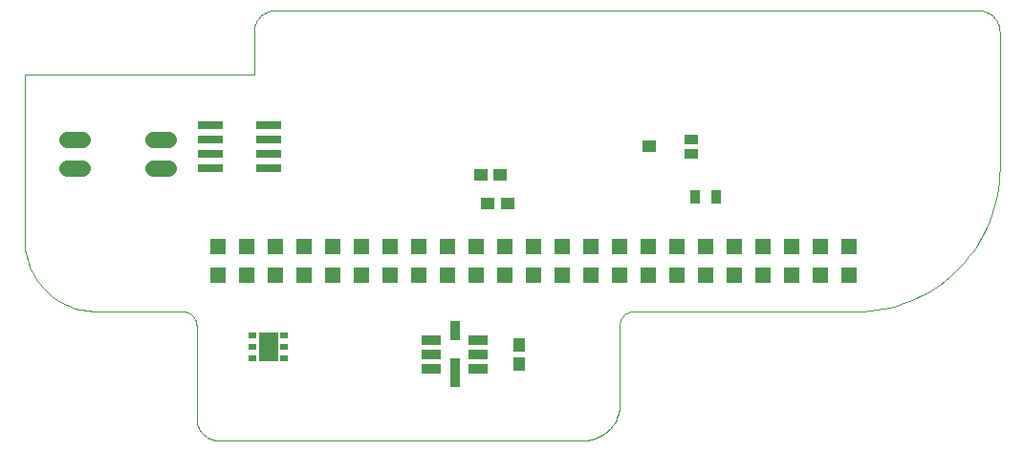
<source format=gts>
G75*
G70*
%OFA0B0*%
%FSLAX24Y24*%
%IPPOS*%
%LPD*%
%AMOC8*
5,1,8,0,0,1.08239X$1,22.5*
%
%ADD10C,0.0000*%
%ADD11R,0.0555X0.0555*%
%ADD12R,0.0355X0.1024*%
%ADD13R,0.0355X0.0697*%
%ADD14R,0.0697X0.0355*%
%ADD15R,0.0434X0.0473*%
%ADD16R,0.0473X0.0434*%
%ADD17R,0.0473X0.0355*%
%ADD18R,0.0355X0.0512*%
%ADD19R,0.0276X0.0197*%
%ADD20R,0.0670X0.0985*%
%ADD21R,0.0906X0.0276*%
%ADD22C,0.0560*%
D10*
X006100Y000850D02*
X006100Y004100D01*
X006098Y004144D01*
X006092Y004187D01*
X006083Y004229D01*
X006070Y004271D01*
X006053Y004311D01*
X006033Y004350D01*
X006010Y004387D01*
X005983Y004421D01*
X005954Y004454D01*
X005921Y004483D01*
X005887Y004510D01*
X005850Y004533D01*
X005811Y004553D01*
X005771Y004570D01*
X005729Y004583D01*
X005687Y004592D01*
X005644Y004598D01*
X005600Y004600D01*
X002600Y004600D01*
X002481Y004603D01*
X002362Y004611D01*
X002244Y004625D01*
X002127Y004645D01*
X002011Y004670D01*
X001896Y004701D01*
X001782Y004737D01*
X001671Y004779D01*
X001561Y004826D01*
X001454Y004878D01*
X001350Y004935D01*
X001248Y004997D01*
X001150Y005064D01*
X001055Y005135D01*
X000963Y005211D01*
X000875Y005291D01*
X000791Y005375D01*
X000711Y005463D01*
X000635Y005555D01*
X000564Y005650D01*
X000497Y005748D01*
X000435Y005850D01*
X000378Y005954D01*
X000326Y006061D01*
X000279Y006171D01*
X000237Y006282D01*
X000201Y006396D01*
X000170Y006511D01*
X000145Y006627D01*
X000125Y006744D01*
X000111Y006862D01*
X000103Y006981D01*
X000100Y007100D01*
X000100Y012850D01*
X008100Y012850D01*
X008100Y014350D01*
X008102Y014404D01*
X008108Y014457D01*
X008117Y014509D01*
X008130Y014561D01*
X008147Y014612D01*
X008168Y014662D01*
X008192Y014709D01*
X008219Y014755D01*
X008250Y014799D01*
X008283Y014841D01*
X008320Y014880D01*
X008359Y014917D01*
X008401Y014950D01*
X008445Y014981D01*
X008491Y015008D01*
X008538Y015032D01*
X008588Y015053D01*
X008639Y015070D01*
X008691Y015083D01*
X008743Y015092D01*
X008796Y015098D01*
X008850Y015100D01*
X033350Y015100D01*
X033404Y015098D01*
X033457Y015092D01*
X033509Y015083D01*
X033561Y015070D01*
X033612Y015053D01*
X033662Y015032D01*
X033709Y015008D01*
X033755Y014981D01*
X033799Y014950D01*
X033841Y014917D01*
X033880Y014880D01*
X033917Y014841D01*
X033950Y014799D01*
X033981Y014755D01*
X034008Y014709D01*
X034032Y014662D01*
X034053Y014612D01*
X034070Y014561D01*
X034083Y014509D01*
X034092Y014457D01*
X034098Y014404D01*
X034100Y014350D01*
X034100Y009600D01*
X034094Y009362D01*
X034077Y009125D01*
X034049Y008888D01*
X034010Y008654D01*
X033959Y008421D01*
X033897Y008191D01*
X033825Y007965D01*
X033742Y007742D01*
X033648Y007523D01*
X033544Y007309D01*
X033430Y007100D01*
X033306Y006897D01*
X033173Y006700D01*
X033030Y006509D01*
X032879Y006326D01*
X032719Y006150D01*
X032550Y005981D01*
X032374Y005821D01*
X032191Y005670D01*
X032000Y005527D01*
X031803Y005394D01*
X031600Y005270D01*
X031391Y005156D01*
X031177Y005052D01*
X030958Y004958D01*
X030735Y004875D01*
X030509Y004803D01*
X030279Y004741D01*
X030046Y004690D01*
X029812Y004651D01*
X029575Y004623D01*
X029338Y004606D01*
X029100Y004600D01*
X021350Y004600D01*
X021306Y004598D01*
X021263Y004592D01*
X021221Y004583D01*
X021179Y004570D01*
X021139Y004553D01*
X021100Y004533D01*
X021063Y004510D01*
X021029Y004483D01*
X020996Y004454D01*
X020967Y004421D01*
X020940Y004387D01*
X020917Y004350D01*
X020897Y004311D01*
X020880Y004271D01*
X020867Y004229D01*
X020858Y004187D01*
X020852Y004144D01*
X020850Y004100D01*
X020850Y001350D01*
X020848Y001282D01*
X020843Y001215D01*
X020834Y001148D01*
X020821Y001081D01*
X020804Y001016D01*
X020785Y000951D01*
X020761Y000887D01*
X020734Y000825D01*
X020704Y000764D01*
X020671Y000706D01*
X020635Y000649D01*
X020595Y000594D01*
X020553Y000541D01*
X020507Y000490D01*
X020460Y000443D01*
X020409Y000397D01*
X020356Y000355D01*
X020301Y000315D01*
X020244Y000279D01*
X020186Y000246D01*
X020125Y000216D01*
X020063Y000189D01*
X019999Y000165D01*
X019934Y000146D01*
X019869Y000129D01*
X019802Y000116D01*
X019735Y000107D01*
X019668Y000102D01*
X019600Y000100D01*
X006850Y000100D01*
X006796Y000102D01*
X006743Y000108D01*
X006691Y000117D01*
X006639Y000130D01*
X006588Y000147D01*
X006538Y000168D01*
X006491Y000192D01*
X006445Y000219D01*
X006401Y000250D01*
X006359Y000283D01*
X006320Y000320D01*
X006283Y000359D01*
X006250Y000401D01*
X006219Y000445D01*
X006192Y000491D01*
X006168Y000538D01*
X006147Y000588D01*
X006130Y000639D01*
X006117Y000691D01*
X006108Y000743D01*
X006102Y000796D01*
X006100Y000850D01*
D11*
X006850Y005850D03*
X007850Y005850D03*
X008850Y005850D03*
X009850Y005850D03*
X010850Y005850D03*
X011850Y005850D03*
X012850Y005850D03*
X013850Y005850D03*
X014850Y005850D03*
X015850Y005850D03*
X016850Y005850D03*
X017850Y005850D03*
X018850Y005850D03*
X019850Y005850D03*
X020850Y005850D03*
X021850Y005850D03*
X022850Y005850D03*
X023850Y005850D03*
X024850Y005850D03*
X025850Y005850D03*
X026850Y005850D03*
X027850Y005850D03*
X028850Y005850D03*
X028850Y006850D03*
X027850Y006850D03*
X026850Y006850D03*
X025850Y006850D03*
X024850Y006850D03*
X023850Y006850D03*
X022850Y006850D03*
X021850Y006850D03*
X020850Y006850D03*
X019850Y006850D03*
X018850Y006850D03*
X017850Y006850D03*
X016850Y006850D03*
X015850Y006850D03*
X014850Y006850D03*
X013850Y006850D03*
X012850Y006850D03*
X011850Y006850D03*
X010850Y006850D03*
X009850Y006850D03*
X008850Y006850D03*
X007850Y006850D03*
X006850Y006850D03*
D12*
X015100Y002450D03*
D13*
X015100Y003913D03*
D14*
X015913Y003600D03*
X015913Y003100D03*
X015913Y002600D03*
X014287Y002600D03*
X014287Y003100D03*
X014287Y003600D03*
D15*
X017350Y003435D03*
X017350Y002765D03*
D16*
X016935Y008350D03*
X016265Y008350D03*
X016015Y009350D03*
X016685Y009350D03*
X021868Y010346D03*
D17*
X023336Y010094D03*
X023336Y010606D03*
D18*
X023496Y008600D03*
X024204Y008600D03*
D19*
X009151Y003744D03*
X009151Y003350D03*
X009151Y002956D03*
X008049Y002956D03*
X008049Y003350D03*
X008049Y003744D03*
D20*
X008600Y003350D03*
D21*
X008624Y009600D03*
X008624Y010100D03*
X008624Y010600D03*
X008624Y011100D03*
X006576Y011100D03*
X006576Y010600D03*
X006576Y010100D03*
X006576Y009600D03*
D22*
X005110Y009600D02*
X004590Y009600D01*
X004590Y010600D02*
X005110Y010600D01*
X002110Y010600D02*
X001590Y010600D01*
X001590Y009600D02*
X002110Y009600D01*
M02*

</source>
